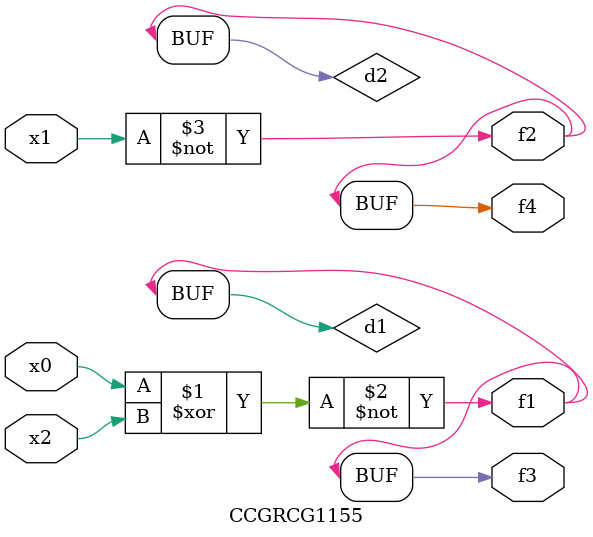
<source format=v>
module CCGRCG1155(
	input x0, x1, x2,
	output f1, f2, f3, f4
);

	wire d1, d2, d3;

	xnor (d1, x0, x2);
	nand (d2, x1);
	nor (d3, x1, x2);
	assign f1 = d1;
	assign f2 = d2;
	assign f3 = d1;
	assign f4 = d2;
endmodule

</source>
